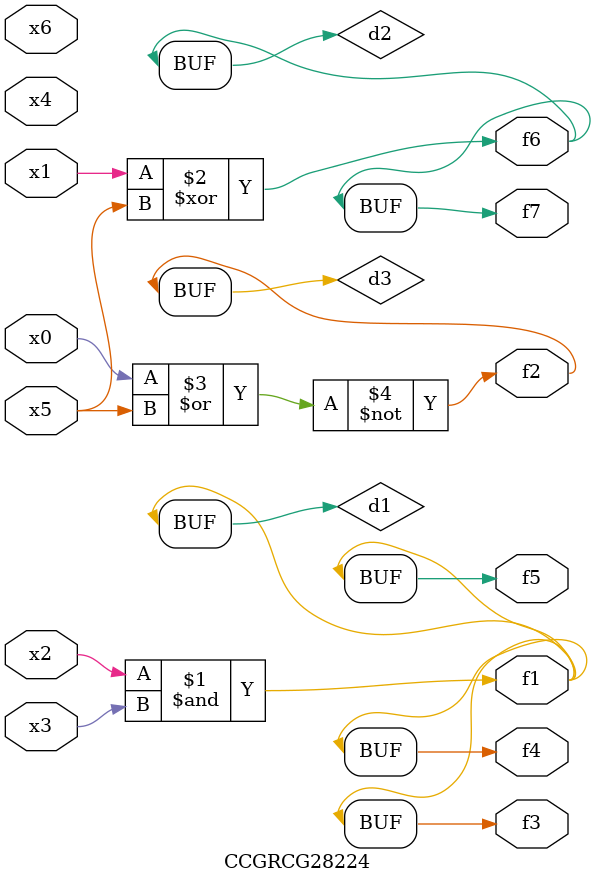
<source format=v>
module CCGRCG28224(
	input x0, x1, x2, x3, x4, x5, x6,
	output f1, f2, f3, f4, f5, f6, f7
);

	wire d1, d2, d3;

	and (d1, x2, x3);
	xor (d2, x1, x5);
	nor (d3, x0, x5);
	assign f1 = d1;
	assign f2 = d3;
	assign f3 = d1;
	assign f4 = d1;
	assign f5 = d1;
	assign f6 = d2;
	assign f7 = d2;
endmodule

</source>
